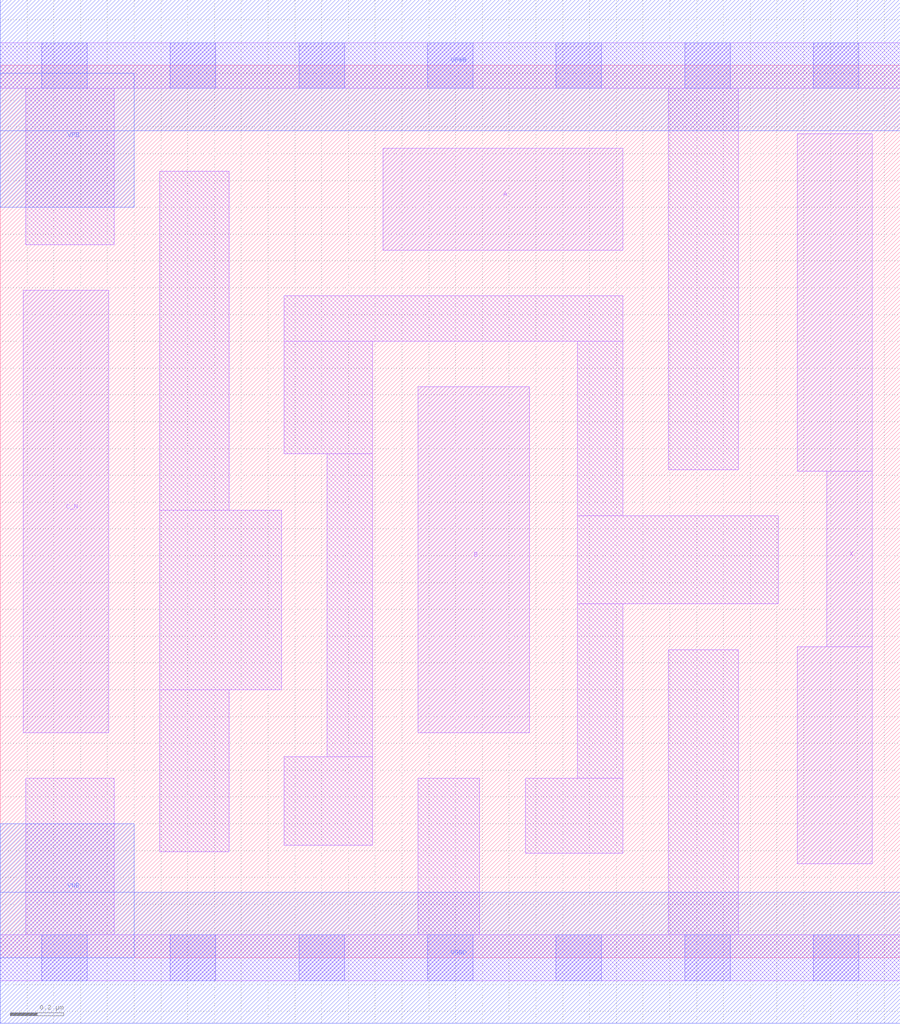
<source format=lef>
# Copyright 2020 The SkyWater PDK Authors
#
# Licensed under the Apache License, Version 2.0 (the "License");
# you may not use this file except in compliance with the License.
# You may obtain a copy of the License at
#
#     https://www.apache.org/licenses/LICENSE-2.0
#
# Unless required by applicable law or agreed to in writing, software
# distributed under the License is distributed on an "AS IS" BASIS,
# WITHOUT WARRANTIES OR CONDITIONS OF ANY KIND, either express or implied.
# See the License for the specific language governing permissions and
# limitations under the License.
#
# SPDX-License-Identifier: Apache-2.0

VERSION 5.5 ;
NAMESCASESENSITIVE ON ;
BUSBITCHARS "[]" ;
DIVIDERCHAR "/" ;
MACRO sky130_fd_sc_lp__or3b_1
  CLASS CORE ;
  SOURCE USER ;
  ORIGIN  0.000000  0.000000 ;
  SIZE  3.360000 BY  3.330000 ;
  SYMMETRY X Y R90 ;
  SITE unit ;
  PIN A
    ANTENNAGATEAREA  0.126000 ;
    DIRECTION INPUT ;
    USE SIGNAL ;
    PORT
      LAYER li1 ;
        RECT 1.430000 2.640000 2.325000 3.020000 ;
    END
  END A
  PIN B
    ANTENNAGATEAREA  0.126000 ;
    DIRECTION INPUT ;
    USE SIGNAL ;
    PORT
      LAYER li1 ;
        RECT 1.560000 0.840000 1.975000 2.130000 ;
    END
  END B
  PIN C_N
    ANTENNAGATEAREA  0.126000 ;
    DIRECTION INPUT ;
    USE SIGNAL ;
    PORT
      LAYER li1 ;
        RECT 0.085000 0.840000 0.405000 2.490000 ;
    END
  END C_N
  PIN X
    ANTENNADIFFAREA  0.556500 ;
    DIRECTION OUTPUT ;
    USE SIGNAL ;
    PORT
      LAYER li1 ;
        RECT 2.975000 0.350000 3.255000 1.160000 ;
        RECT 2.975000 1.815000 3.255000 3.075000 ;
        RECT 3.085000 1.160000 3.255000 1.815000 ;
    END
  END X
  PIN VGND
    DIRECTION INOUT ;
    USE GROUND ;
    PORT
      LAYER met1 ;
        RECT 0.000000 -0.245000 3.360000 0.245000 ;
    END
  END VGND
  PIN VNB
    DIRECTION INOUT ;
    USE GROUND ;
    PORT
      LAYER met1 ;
        RECT 0.000000 0.000000 0.500000 0.500000 ;
    END
  END VNB
  PIN VPB
    DIRECTION INOUT ;
    USE POWER ;
    PORT
      LAYER met1 ;
        RECT 0.000000 2.800000 0.500000 3.300000 ;
    END
  END VPB
  PIN VPWR
    DIRECTION INOUT ;
    USE POWER ;
    PORT
      LAYER met1 ;
        RECT 0.000000 3.085000 3.360000 3.575000 ;
    END
  END VPWR
  OBS
    LAYER li1 ;
      RECT 0.000000 -0.085000 3.360000 0.085000 ;
      RECT 0.000000  3.245000 3.360000 3.415000 ;
      RECT 0.095000  0.085000 0.425000 0.670000 ;
      RECT 0.095000  2.660000 0.425000 3.245000 ;
      RECT 0.595000  0.395000 0.855000 1.000000 ;
      RECT 0.595000  1.000000 1.050000 1.670000 ;
      RECT 0.595000  1.670000 0.855000 2.935000 ;
      RECT 1.060000  0.420000 1.390000 0.750000 ;
      RECT 1.060000  1.880000 1.390000 2.300000 ;
      RECT 1.060000  2.300000 2.325000 2.470000 ;
      RECT 1.220000  0.750000 1.390000 1.880000 ;
      RECT 1.560000  0.085000 1.790000 0.670000 ;
      RECT 1.960000  0.390000 2.325000 0.670000 ;
      RECT 2.155000  0.670000 2.325000 1.320000 ;
      RECT 2.155000  1.320000 2.905000 1.650000 ;
      RECT 2.155000  1.650000 2.325000 2.300000 ;
      RECT 2.495000  0.085000 2.755000 1.150000 ;
      RECT 2.495000  1.820000 2.755000 3.245000 ;
    LAYER mcon ;
      RECT 0.155000 -0.085000 0.325000 0.085000 ;
      RECT 0.155000  3.245000 0.325000 3.415000 ;
      RECT 0.635000 -0.085000 0.805000 0.085000 ;
      RECT 0.635000  3.245000 0.805000 3.415000 ;
      RECT 1.115000 -0.085000 1.285000 0.085000 ;
      RECT 1.115000  3.245000 1.285000 3.415000 ;
      RECT 1.595000 -0.085000 1.765000 0.085000 ;
      RECT 1.595000  3.245000 1.765000 3.415000 ;
      RECT 2.075000 -0.085000 2.245000 0.085000 ;
      RECT 2.075000  3.245000 2.245000 3.415000 ;
      RECT 2.555000 -0.085000 2.725000 0.085000 ;
      RECT 2.555000  3.245000 2.725000 3.415000 ;
      RECT 3.035000 -0.085000 3.205000 0.085000 ;
      RECT 3.035000  3.245000 3.205000 3.415000 ;
  END
END sky130_fd_sc_lp__or3b_1

</source>
